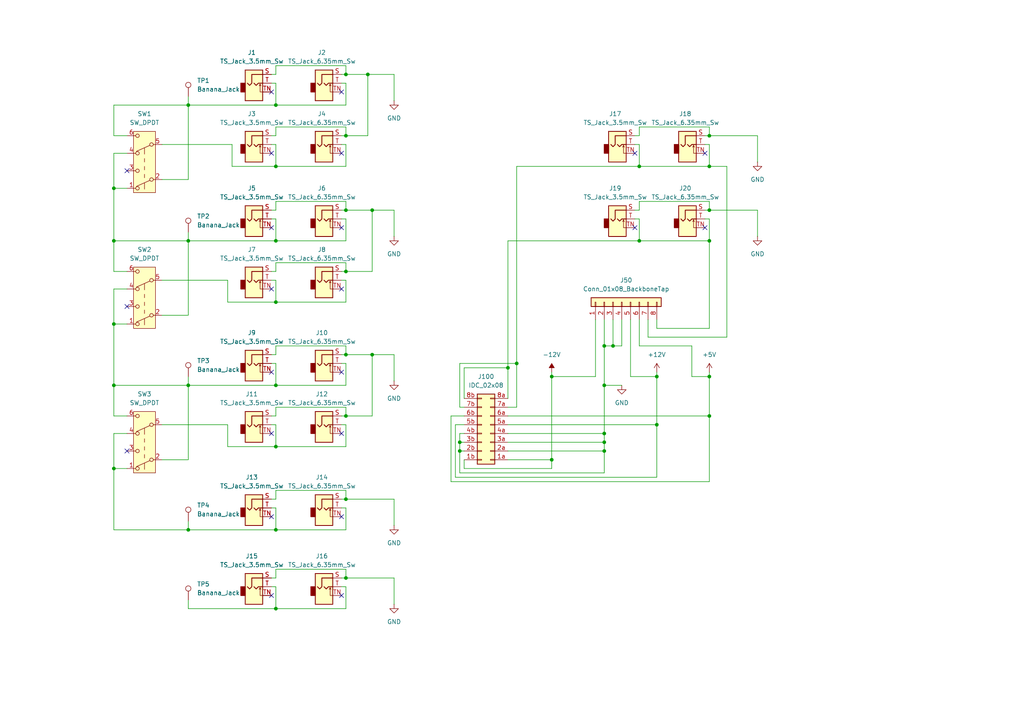
<source format=kicad_sch>
(kicad_sch (version 20231120) (generator "eeschema") (generator_version "8.0")
  (paper "A4")
  (title_block (title "Adapter Mult Mk1") (date "2024-05-26") (rev "1") (company "DMH"))
  (lib_symbols
    (symbol "Synth_Stuff:Banana_Jack" (pin_numbers hide) (pin_names (offset 0.762) hide)
      (property "Reference" "TP" (at 2.54 4.5721 0))
      (property "Value" "Banana_Jack" (at 2.54 2.0321 0))
      (symbol "Banana_Jack_0_1"
        (circle (center 0 3.302) (radius 0.762))
      )
      (symbol "Banana_Jack_1_1"
        (pin passive line (at 0 0 90) (length 2.54) (name "1") (number "1"))
      )
    )
    (symbol "Synth_Stuff:Conn_01x08_BackboneTap" (pin_names (offset 1.016) hide)
      (property "Reference" "J" (at 0 10.16 0))
      (property "Value" "Conn_01x08_BackboneTap" (at 0 -12.7 0))
      (symbol "Conn_01x08_BackboneTap_1_1"
        (rectangle (start -1.27 -10.033) (end 0 -10.287) (stroke (width 0.1524)))
        (rectangle (start -1.27 -7.493) (end 0 -7.747) (stroke (width 0.1524)))
        (rectangle (start -1.27 -4.953) (end 0 -5.207) (stroke (width 0.1524)))
        (rectangle (start -1.27 -2.413) (end 0 -2.667) (stroke (width 0.1524)))
        (rectangle (start -1.27 0.127) (end 0 -0.127) (stroke (width 0.1524)))
        (rectangle (start -1.27 2.667) (end 0 2.413) (stroke (width 0.1524)))
        (rectangle (start -1.27 5.207) (end 0 4.953) (stroke (width 0.1524)))
        (rectangle (start -1.27 7.747) (end 0 7.493) (stroke (width 0.1524)))
        (rectangle (start -1.27 8.89) (end 1.27 -11.43) (stroke (width 0.254)) (fill (type background)))
        (pin passive line (at -5.08 7.62 0) (length 3.81) (name "Pin_1") (number "1"))
        (pin passive line (at -5.08 5.08 0) (length 3.81) (name "Pin_2") (number "2"))
        (pin passive line (at -5.08 2.54 0) (length 3.81) (name "Pin_3") (number "3"))
        (pin passive line (at -5.08 0 0) (length 3.81) (name "Pin_4") (number "4"))
        (pin passive line (at -5.08 -2.54 0) (length 3.81) (name "Pin_5") (number "5"))
        (pin passive line (at -5.08 -5.08 0) (length 3.81) (name "Pin_6") (number "6"))
        (pin passive line (at -5.08 -7.62 0) (length 3.81) (name "Pin_7") (number "7"))
        (pin passive line (at -5.08 -10.16 0) (length 3.81) (name "Pin_8") (number "8"))
      )
    )
    (symbol "Synth_Stuff:Eurorack_Power_Connector_16Pin" (pin_names (offset 1.016) hide)
      (property "Reference" "J" (at 1.27 -16.51 0))
      (property "Value" "IDC_02x08" (at 1.27 -13.97 0))
      (symbol "Eurorack_Power_Connector_16Pin_1_1"
        (rectangle (start -1.27 -10.033) (end 0 -10.287) (stroke (width 0.1524)))
        (rectangle (start -1.27 -7.493) (end 0 -7.747) (stroke (width 0.1524)))
        (rectangle (start -1.27 -4.953) (end 0 -5.207) (stroke (width 0.1524)))
        (rectangle (start -1.27 -2.413) (end 0 -2.667) (stroke (width 0.1524)))
        (rectangle (start -1.27 0.127) (end 0 -0.127) (stroke (width 0.1524)))
        (rectangle (start -1.27 2.667) (end 0 2.413) (stroke (width 0.1524)))
        (rectangle (start -1.27 5.207) (end 0 4.953) (stroke (width 0.1524)))
        (rectangle (start -1.27 7.747) (end 0 7.493) (stroke (width 0.1524)))
        (rectangle (start -1.27 8.89) (end 3.81 -11.43) (stroke (width 0.254)) (fill (type background)))
        (rectangle (start 3.81 -10.033) (end 2.54 -10.287) (stroke (width 0.1524)))
        (rectangle (start 3.81 -7.493) (end 2.54 -7.747) (stroke (width 0.1524)))
        (rectangle (start 3.81 -4.953) (end 2.54 -5.207) (stroke (width 0.1524)))
        (rectangle (start 3.81 -2.413) (end 2.54 -2.667) (stroke (width 0.1524)))
        (rectangle (start 3.81 0.127) (end 2.54 -0.127) (stroke (width 0.1524)))
        (rectangle (start 3.81 2.667) (end 2.54 2.413) (stroke (width 0.1524)))
        (rectangle (start 3.81 5.207) (end 2.54 4.953) (stroke (width 0.1524)))
        (rectangle (start 3.81 7.747) (end 2.54 7.493) (stroke (width 0.1524)))
        (pin power_out line (at -5.08 7.62 0) (length 3.81) (name "Pin_1a") (number "1a"))
        (pin passive line (at 7.62 7.62 180) (length 3.81) (name "Pin_1b") (number "1b"))
        (pin power_out line (at -5.08 5.08 0) (length 3.81) (name "Pin_2a") (number "2a"))
        (pin passive line (at 7.62 5.08 180) (length 3.81) (name "Pin_2b") (number "2b"))
        (pin passive line (at -5.08 2.54 0) (length 3.81) (name "Pin_3a") (number "3a"))
        (pin passive line (at 7.62 2.54 180) (length 3.81) (name "Pin_3b") (number "3b"))
        (pin passive line (at -5.08 0 0) (length 3.81) (name "Pin_4a") (number "4a"))
        (pin passive line (at 7.62 0 180) (length 3.81) (name "Pin_4b") (number "4b"))
        (pin power_out line (at -5.08 -2.54 0) (length 3.81) (name "Pin_5a") (number "5a"))
        (pin passive line (at 7.62 -2.54 180) (length 3.81) (name "Pin_5b") (number "5b"))
        (pin power_out line (at -5.08 -5.08 0) (length 3.81) (name "Pin_6a") (number "6a"))
        (pin passive line (at 7.62 -5.08 180) (length 3.81) (name "Pin_6b") (number "6b"))
        (pin passive line (at -5.08 -7.62 0) (length 3.81) (name "Pin_7a") (number "7a"))
        (pin passive line (at 7.62 -7.62 180) (length 3.81) (name "Pin_7b") (number "7b"))
        (pin passive line (at -5.08 -10.16 0) (length 3.81) (name "Pin_8a") (number "8a"))
        (pin passive line (at 7.62 -10.16 180) (length 3.81) (name "Pin_8b") (number "8b"))
      )
    )
    (symbol "Synth_Stuff:Switch_DPDT" (pin_names (offset 0) hide)
      (property "Reference" "SW" (at 0 -13.97 0))
      (property "Value" "SW_DPDT" (at 0 -11.43 0))
      (symbol "Switch_DPDT_0_0"
        (circle (center -2.032 -5.08) (radius 0.508))
        (circle (center -2.032 5.08) (radius 0.508))
        (circle (center 2.032 -7.62) (radius 0.508))
        (circle (center 2.032 2.54) (radius 0.508))
      )
      (symbol "Switch_DPDT_0_1"
        (polyline (pts (xy -1.524 -4.826) (xy 2.3368 -3.0988)))
        (polyline (pts (xy -1.524 5.334) (xy 2.3368 7.0612)))
        (polyline (pts (xy 0 -2.286) (xy 0 -4.064)))
        (polyline (pts (xy 0 -1.016) (xy 0 0)))
        (polyline (pts (xy 0 1.27) (xy 0 2.286)))
        (polyline (pts (xy 0 3.556) (xy 0 4.572)))
        (polyline (pts (xy 0 7.874) (xy 0 6.096)))
        (circle (center 2.032 -2.54) (radius 0.508))
        (circle (center 2.032 7.62) (radius 0.508))
      )
      (symbol "Switch_DPDT_1_1"
        (rectangle (start -3.175 8.89) (end 3.175 -8.89) (fill (type background)))
        (pin passive line (at 5.08 7.62 180) (length 2.54) (name "A") (number "1"))
        (pin passive line (at -5.08 5.08 0) (length 2.54) (name "B") (number "2"))
        (pin passive line (at 5.08 2.54 180) (length 2.54) (name "C") (number "3"))
        (pin passive line (at 5.08 -2.54 180) (length 2.54) (name "A") (number "4"))
        (pin passive line (at -5.08 -5.08 0) (length 2.54) (name "B") (number "5"))
        (pin passive line (at 5.08 -7.62 180) (length 2.54) (name "C") (number "6"))
      )
    )
    (symbol "Synth_Stuff:TS_Jack_3.5mm_Sw"
      (property "Reference" "J" (at -0.635 8.89 0))
      (property "Value" "TS_Jack_3.5mm_Sw" (at -0.635 6.35 0))
      (symbol "TS_Jack_3.5mm_Sw_0_1"
        (rectangle (start -2.54 0) (end -3.81 -2.54) (stroke (width 0.254)) (fill (type outline)))
        (polyline (pts (xy 1.778 -0.254) (xy 2.032 -0.762)))
        (polyline (pts (xy 0 0) (xy 0.635 -0.635) (xy 1.27 0) (xy 2.54 0)) (stroke (width 0.254)))
        (polyline (pts (xy 2.54 -2.54) (xy 1.778 -2.54) (xy 1.778 -0.254) (xy 1.524 -0.762)))
        (polyline (pts (xy 2.54 2.54) (xy -0.635 2.54) (xy -0.635 0) (xy -1.27 -0.635) (xy -1.905 0)) (stroke (width 0.254)))
        (rectangle (start 2.54 3.81) (end -2.54 -5.08) (stroke (width 0.254)) (fill (type background)))
      )
      (symbol "TS_Jack_3.5mm_Sw_1_1"
        (pin passive line (at 5.08 2.54 180) (length 2.54) (name "~") (number "S"))
        (pin passive line (at 5.08 0 180) (length 2.54) (name "~") (number "T"))
        (pin passive line (at 5.08 -2.54 180) (length 2.54) (name "~") (number "TN"))
      )
    )
    (symbol "Synth_Stuff:TS_Jack_6.35mm_Sw"
      (property "Reference" "J" (at -0.635 8.89 0))
      (property "Value" "TS_Jack_6.35mm_Sw" (at -0.635 6.35 0))
      (symbol "TS_Jack_6.35mm_Sw_0_1"
        (rectangle (start -2.54 0) (end -3.81 -2.54) (stroke (width 0.254)) (fill (type outline)))
        (polyline (pts (xy 1.778 -0.254) (xy 2.032 -0.762)))
        (polyline (pts (xy 0 0) (xy 0.635 -0.635) (xy 1.27 0) (xy 2.54 0)) (stroke (width 0.254)))
        (polyline (pts (xy 2.54 -2.54) (xy 1.778 -2.54) (xy 1.778 -0.254) (xy 1.524 -0.762)))
        (polyline (pts (xy 2.54 2.54) (xy -0.635 2.54) (xy -0.635 0) (xy -1.27 -0.635) (xy -1.905 0)) (stroke (width 0.254)))
        (rectangle (start 2.54 3.81) (end -2.54 -5.08) (stroke (width 0.254)) (fill (type background)))
      )
      (symbol "TS_Jack_6.35mm_Sw_1_1"
        (pin passive line (at 5.08 2.54 180) (length 2.54) (name "~") (number "S"))
        (pin passive line (at 5.08 0 180) (length 2.54) (name "~") (number "T"))
        (pin passive line (at 5.08 -2.54 180) (length 2.54) (name "~") (number "TN"))
      )
    )
    (symbol "power:+12V" (power) (pin_numbers hide) (pin_names (offset 0) hide)
      (property "Value" "+12V" (at 0 3.556 0))
      (symbol "+12V_0_1"
        (polyline (pts (xy -0.762 1.27) (xy 0 2.54)))
        (polyline (pts (xy 0 0) (xy 0 2.54)))
        (polyline (pts (xy 0 2.54) (xy 0.762 1.27)))
      )
      (symbol "+12V_1_1"
        (pin power_in line (at 0 0 90) (length 0) (name "~") (number "1"))
      )
    )
    (symbol "power:+5V" (power) (pin_numbers hide) (pin_names (offset 0) hide)
      (property "Value" "+5V" (at 0 3.556 0))
      (symbol "+5V_0_1"
        (polyline (pts (xy -0.762 1.27) (xy 0 2.54)))
        (polyline (pts (xy 0 0) (xy 0 2.54)))
        (polyline (pts (xy 0 2.54) (xy 0.762 1.27)))
      )
      (symbol "+5V_1_1"
        (pin power_in line (at 0 0 90) (length 0) (name "~") (number "1"))
      )
    )
    (symbol "power:-12V" (power) (pin_numbers hide) (pin_names (offset 0) hide)
      (property "Value" "-12V" (at 0 3.556 0))
      (symbol "-12V_0_0"
        (pin power_in line (at 0 0 90) (length 0) (name "~") (number "1"))
      )
      (symbol "-12V_0_1"
        (polyline (pts (xy 0 0) (xy 0 1.27) (xy 0.762 1.27) (xy 0 2.54) (xy -0.762 1.27) (xy 0 1.27)) (fill (type outline)))
      )
    )
    (symbol "power:GND" (power) (pin_numbers hide) (pin_names (offset 0) hide)
      (property "Value" "GND" (at 0 -3.81 0))
      (symbol "GND_0_1"
        (polyline (pts (xy 0 0) (xy 0 -1.27) (xy 1.27 -1.27) (xy 0 -2.54) (xy -1.27 -1.27) (xy 0 -1.27)))
      )
      (symbol "GND_1_1"
        (pin power_in line (at 0 0 270) (length 0) (name "~") (number "1"))
      )
    )
  )
  (junction (at 100.33 167.64))
  (junction (at 205.74 69.85))
  (junction (at 190.5 123.19))
  (junction (at 175.26 128.27))
  (junction (at 205.74 60.96))
  (junction (at 80.01 176.53))
  (junction (at 33.02 93.98))
  (junction (at 100.33 78.74))
  (junction (at 133.35 130.81))
  (junction (at 190.5 109.22))
  (junction (at 100.33 21.59))
  (junction (at 54.61 111.76))
  (junction (at 107.95 102.87))
  (junction (at 185.42 69.85))
  (junction (at 33.02 69.85))
  (junction (at 80.01 153.67))
  (junction (at 80.01 30.48))
  (junction (at 54.61 30.48))
  (junction (at 177.8 100.33))
  (junction (at 100.33 102.87))
  (junction (at 80.01 129.54))
  (junction (at 185.42 48.26))
  (junction (at 100.33 120.65))
  (junction (at 175.26 130.81))
  (junction (at 205.74 109.22))
  (junction (at 107.95 60.96))
  (junction (at 80.01 69.85))
  (junction (at 160.02 133.35))
  (junction (at 133.35 128.27))
  (junction (at 54.61 153.67))
  (junction (at 106.68 21.59))
  (junction (at 147.32 106.68))
  (junction (at 205.74 120.65))
  (junction (at 175.26 111.76))
  (junction (at 100.33 39.37))
  (junction (at 149.86 105.41))
  (junction (at 160.02 109.22))
  (junction (at 33.02 111.76))
  (junction (at 33.02 135.89))
  (junction (at 175.26 100.33))
  (junction (at 205.74 48.26))
  (junction (at 80.01 111.76))
  (junction (at 100.33 144.78))
  (junction (at 175.26 125.73))
  (junction (at 80.01 87.63))
  (junction (at 80.01 48.26))
  (junction (at 54.61 69.85))
  (junction (at 205.74 39.37))
  (junction (at 33.02 54.61))
  (junction (at 100.33 60.96))
  (no_connect (at 184.15 66.04))
  (no_connect (at 78.74 149.86))
  (no_connect (at 99.06 172.72))
  (no_connect (at 99.06 44.45))
  (no_connect (at 99.06 107.95))
  (no_connect (at 78.74 44.45))
  (no_connect (at 36.83 88.9))
  (no_connect (at 204.47 66.04))
  (no_connect (at 78.74 83.82))
  (no_connect (at 36.83 49.53))
  (no_connect (at 99.06 125.73))
  (no_connect (at 78.74 26.67))
  (no_connect (at 99.06 26.67))
  (no_connect (at 99.06 83.82))
  (no_connect (at 78.74 107.95))
  (no_connect (at 36.83 130.81))
  (no_connect (at 99.06 149.86))
  (no_connect (at 78.74 125.73))
  (no_connect (at 78.74 172.72))
  (no_connect (at 204.47 44.45))
  (no_connect (at 78.74 66.04))
  (no_connect (at 184.15 44.45))
  (no_connect (at 99.06 66.04))
  (wire (pts (xy 78.74 123.19) (xy 80.01 123.19)))
  (wire (pts (xy 99.06 21.59) (xy 100.33 21.59)))
  (wire (pts (xy 100.33 19.05) (xy 100.33 21.59)))
  (wire (pts (xy 54.61 133.35) (xy 54.61 111.76)))
  (wire (pts (xy 36.83 44.45) (xy 33.02 44.45)))
  (wire (pts (xy 33.02 44.45) (xy 33.02 54.61)))
  (wire (pts (xy 33.02 54.61) (xy 36.83 54.61)))
  (wire (pts (xy 46.99 52.07) (xy 54.61 52.07)))
  (wire (pts (xy 200.66 100.33) (xy 200.66 109.22)))
  (wire (pts (xy 67.31 41.91) (xy 67.31 48.26)))
  (wire (pts (xy 134.62 135.89) (xy 160.02 135.89)))
  (wire (pts (xy 219.71 46.99) (xy 219.71 39.37)))
  (wire (pts (xy 205.74 41.91) (xy 204.47 41.91)))
  (wire (pts (xy 106.68 21.59) (xy 106.68 39.37)))
  (wire (pts (xy 100.33 63.5) (xy 99.06 63.5)))
  (wire (pts (xy 80.01 58.42) (xy 80.01 60.96)))
  (wire (pts (xy 80.01 153.67) (xy 100.33 153.67)))
  (wire (pts (xy 99.06 102.87) (xy 100.33 102.87)))
  (wire (pts (xy 100.33 147.32) (xy 100.33 153.67)))
  (wire (pts (xy 175.26 137.16) (xy 175.26 130.81)))
  (wire (pts (xy 185.42 92.71) (xy 185.42 100.33)))
  (wire (pts (xy 80.01 142.24) (xy 80.01 144.78)))
  (wire (pts (xy 147.32 115.57) (xy 147.32 106.68)))
  (wire (pts (xy 130.81 120.65) (xy 130.81 139.7)))
  (wire (pts (xy 36.83 83.82) (xy 33.02 83.82)))
  (wire (pts (xy 205.74 39.37) (xy 219.71 39.37)))
  (wire (pts (xy 100.33 48.26) (xy 100.33 41.91)))
  (wire (pts (xy 46.99 123.19) (xy 66.04 123.19)))
  (wire (pts (xy 160.02 135.89) (xy 160.02 133.35)))
  (wire (pts (xy 204.47 60.96) (xy 205.74 60.96)))
  (wire (pts (xy 80.01 87.63) (xy 100.33 87.63)))
  (wire (pts (xy 133.35 128.27) (xy 133.35 130.81)))
  (wire (pts (xy 149.86 105.41) (xy 149.86 48.26)))
  (wire (pts (xy 78.74 147.32) (xy 80.01 147.32)))
  (wire (pts (xy 106.68 21.59) (xy 114.3 21.59)))
  (wire (pts (xy 36.83 78.74) (xy 33.02 78.74)))
  (wire (pts (xy 114.3 21.59) (xy 114.3 29.21)))
  (wire (pts (xy 205.74 107.95) (xy 205.74 109.22)))
  (wire (pts (xy 46.99 133.35) (xy 54.61 133.35)))
  (wire (pts (xy 80.01 111.76) (xy 100.33 111.76)))
  (wire (pts (xy 33.02 69.85) (xy 54.61 69.85)))
  (wire (pts (xy 134.62 130.81) (xy 133.35 130.81)))
  (wire (pts (xy 36.83 125.73) (xy 33.02 125.73)))
  (wire (pts (xy 80.01 167.64) (xy 78.74 167.64)))
  (wire (pts (xy 80.01 78.74) (xy 78.74 78.74)))
  (wire (pts (xy 78.74 105.41) (xy 80.01 105.41)))
  (wire (pts (xy 46.99 91.44) (xy 54.61 91.44)))
  (wire (pts (xy 185.42 41.91) (xy 185.42 48.26)))
  (wire (pts (xy 54.61 153.67) (xy 54.61 151.13)))
  (wire (pts (xy 175.26 100.33) (xy 175.26 92.71)))
  (wire (pts (xy 114.3 144.78) (xy 114.3 152.4)))
  (wire (pts (xy 80.01 76.2) (xy 100.33 76.2)))
  (wire (pts (xy 66.04 81.28) (xy 66.04 87.63)))
  (wire (pts (xy 80.01 142.24) (xy 100.33 142.24)))
  (wire (pts (xy 54.61 153.67) (xy 80.01 153.67)))
  (wire (pts (xy 185.42 69.85) (xy 205.74 69.85)))
  (wire (pts (xy 66.04 129.54) (xy 80.01 129.54)))
  (wire (pts (xy 114.3 102.87) (xy 114.3 110.49)))
  (wire (pts (xy 78.74 24.13) (xy 80.01 24.13)))
  (wire (pts (xy 33.02 125.73) (xy 33.02 135.89)))
  (wire (pts (xy 205.74 58.42) (xy 205.74 60.96)))
  (wire (pts (xy 147.32 128.27) (xy 175.26 128.27)))
  (wire (pts (xy 190.5 109.22) (xy 182.88 109.22)))
  (wire (pts (xy 210.82 48.26) (xy 205.74 48.26)))
  (wire (pts (xy 33.02 135.89) (xy 33.02 153.67)))
  (wire (pts (xy 80.01 118.11) (xy 100.33 118.11)))
  (wire (pts (xy 160.02 109.22) (xy 172.72 109.22)))
  (wire (pts (xy 80.01 165.1) (xy 100.33 165.1)))
  (wire (pts (xy 100.33 105.41) (xy 100.33 111.76)))
  (wire (pts (xy 36.83 120.65) (xy 33.02 120.65)))
  (wire (pts (xy 134.62 106.68) (xy 147.32 106.68)))
  (wire (pts (xy 205.74 109.22) (xy 205.74 120.65)))
  (wire (pts (xy 205.74 63.5) (xy 204.47 63.5)))
  (wire (pts (xy 185.42 39.37) (xy 184.15 39.37)))
  (wire (pts (xy 177.8 100.33) (xy 177.8 92.71)))
  (wire (pts (xy 205.74 63.5) (xy 205.74 69.85)))
  (wire (pts (xy 80.01 19.05) (xy 80.01 21.59)))
  (wire (pts (xy 46.99 81.28) (xy 66.04 81.28)))
  (wire (pts (xy 80.01 69.85) (xy 100.33 69.85)))
  (wire (pts (xy 134.62 123.19) (xy 132.08 123.19)))
  (wire (pts (xy 100.33 170.18) (xy 100.33 176.53)))
  (wire (pts (xy 100.33 105.41) (xy 99.06 105.41)))
  (wire (pts (xy 100.33 165.1) (xy 100.33 167.64)))
  (wire (pts (xy 33.02 93.98) (xy 33.02 111.76)))
  (wire (pts (xy 100.33 76.2) (xy 100.33 78.74)))
  (wire (pts (xy 107.95 60.96) (xy 107.95 78.74)))
  (wire (pts (xy 133.35 130.81) (xy 133.35 137.16)))
  (wire (pts (xy 80.01 76.2) (xy 80.01 78.74)))
  (wire (pts (xy 80.01 48.26) (xy 100.33 48.26)))
  (wire (pts (xy 172.72 109.22) (xy 172.72 92.71)))
  (wire (pts (xy 80.01 63.5) (xy 80.01 69.85)))
  (wire (pts (xy 182.88 109.22) (xy 182.88 92.71)))
  (wire (pts (xy 33.02 30.48) (xy 54.61 30.48)))
  (wire (pts (xy 80.01 21.59) (xy 78.74 21.59)))
  (wire (pts (xy 99.06 39.37) (xy 100.33 39.37)))
  (wire (pts (xy 205.74 48.26) (xy 205.74 41.91)))
  (wire (pts (xy 80.01 100.33) (xy 80.01 102.87)))
  (wire (pts (xy 54.61 69.85) (xy 54.61 67.31)))
  (wire (pts (xy 190.5 107.95) (xy 190.5 109.22)))
  (wire (pts (xy 100.33 39.37) (xy 106.68 39.37)))
  (wire (pts (xy 107.95 102.87) (xy 114.3 102.87)))
  (wire (pts (xy 54.61 111.76) (xy 54.61 109.22)))
  (wire (pts (xy 54.61 69.85) (xy 54.61 91.44)))
  (wire (pts (xy 80.01 147.32) (xy 80.01 153.67)))
  (wire (pts (xy 175.26 100.33) (xy 175.26 111.76)))
  (wire (pts (xy 185.42 36.83) (xy 185.42 39.37)))
  (wire (pts (xy 134.62 128.27) (xy 133.35 128.27)))
  (wire (pts (xy 54.61 111.76) (xy 80.01 111.76)))
  (wire (pts (xy 36.83 135.89) (xy 33.02 135.89)))
  (wire (pts (xy 80.01 81.28) (xy 80.01 87.63)))
  (wire (pts (xy 185.42 58.42) (xy 185.42 60.96)))
  (wire (pts (xy 134.62 118.11) (xy 133.35 118.11)))
  (wire (pts (xy 80.01 120.65) (xy 78.74 120.65)))
  (wire (pts (xy 80.01 58.42) (xy 100.33 58.42)))
  (wire (pts (xy 80.01 41.91) (xy 80.01 48.26)))
  (wire (pts (xy 100.33 118.11) (xy 100.33 120.65)))
  (wire (pts (xy 204.47 39.37) (xy 205.74 39.37)))
  (wire (pts (xy 190.5 123.19) (xy 190.5 138.43)))
  (wire (pts (xy 33.02 120.65) (xy 33.02 111.76)))
  (wire (pts (xy 133.35 137.16) (xy 175.26 137.16)))
  (wire (pts (xy 100.33 144.78) (xy 114.3 144.78)))
  (wire (pts (xy 132.08 138.43) (xy 190.5 138.43)))
  (wire (pts (xy 190.5 92.71) (xy 190.5 95.25)))
  (wire (pts (xy 100.33 24.13) (xy 99.06 24.13)))
  (wire (pts (xy 100.33 102.87) (xy 107.95 102.87)))
  (wire (pts (xy 67.31 48.26) (xy 80.01 48.26)))
  (wire (pts (xy 147.32 118.11) (xy 149.86 118.11)))
  (wire (pts (xy 80.01 105.41) (xy 80.01 111.76)))
  (wire (pts (xy 78.74 170.18) (xy 80.01 170.18)))
  (wire (pts (xy 99.06 167.64) (xy 100.33 167.64)))
  (wire (pts (xy 80.01 176.53) (xy 100.33 176.53)))
  (wire (pts (xy 185.42 36.83) (xy 205.74 36.83)))
  (wire (pts (xy 190.5 95.25) (xy 205.74 95.25)))
  (wire (pts (xy 80.01 24.13) (xy 80.01 30.48)))
  (wire (pts (xy 54.61 176.53) (xy 80.01 176.53)))
  (wire (pts (xy 80.01 36.83) (xy 80.01 39.37)))
  (wire (pts (xy 54.61 30.48) (xy 54.61 27.94)))
  (wire (pts (xy 132.08 123.19) (xy 132.08 138.43)))
  (wire (pts (xy 149.86 118.11) (xy 149.86 105.41)))
  (wire (pts (xy 147.32 69.85) (xy 185.42 69.85)))
  (wire (pts (xy 100.33 63.5) (xy 100.33 69.85)))
  (wire (pts (xy 78.74 81.28) (xy 80.01 81.28)))
  (wire (pts (xy 80.01 39.37) (xy 78.74 39.37)))
  (wire (pts (xy 219.71 60.96) (xy 219.71 68.58)))
  (wire (pts (xy 147.32 106.68) (xy 147.32 69.85)))
  (wire (pts (xy 175.26 128.27) (xy 175.26 130.81)))
  (wire (pts (xy 100.33 167.64) (xy 114.3 167.64)))
  (wire (pts (xy 187.96 97.79) (xy 210.82 97.79)))
  (wire (pts (xy 205.74 95.25) (xy 205.74 69.85)))
  (wire (pts (xy 99.06 78.74) (xy 100.33 78.74)))
  (wire (pts (xy 185.42 63.5) (xy 185.42 69.85)))
  (wire (pts (xy 100.33 123.19) (xy 99.06 123.19)))
  (wire (pts (xy 100.33 120.65) (xy 107.95 120.65)))
  (wire (pts (xy 160.02 133.35) (xy 147.32 133.35)))
  (wire (pts (xy 133.35 125.73) (xy 133.35 128.27)))
  (wire (pts (xy 175.26 125.73) (xy 175.26 128.27)))
  (wire (pts (xy 78.74 41.91) (xy 80.01 41.91)))
  (wire (pts (xy 80.01 36.83) (xy 100.33 36.83)))
  (wire (pts (xy 99.06 120.65) (xy 100.33 120.65)))
  (wire (pts (xy 33.02 111.76) (xy 54.61 111.76)))
  (wire (pts (xy 175.26 111.76) (xy 175.26 125.73)))
  (wire (pts (xy 100.33 81.28) (xy 99.06 81.28)))
  (wire (pts (xy 184.15 41.91) (xy 185.42 41.91)))
  (wire (pts (xy 134.62 120.65) (xy 130.81 120.65)))
  (wire (pts (xy 100.33 87.63) (xy 100.33 81.28)))
  (wire (pts (xy 99.06 144.78) (xy 100.33 144.78)))
  (wire (pts (xy 190.5 109.22) (xy 190.5 123.19)))
  (wire (pts (xy 100.33 36.83) (xy 100.33 39.37)))
  (wire (pts (xy 149.86 48.26) (xy 185.42 48.26)))
  (wire (pts (xy 205.74 109.22) (xy 200.66 109.22)))
  (wire (pts (xy 134.62 133.35) (xy 134.62 135.89)))
  (wire (pts (xy 134.62 125.73) (xy 133.35 125.73)))
  (wire (pts (xy 54.61 176.53) (xy 54.61 173.99)))
  (wire (pts (xy 80.01 129.54) (xy 100.33 129.54)))
  (wire (pts (xy 185.42 48.26) (xy 205.74 48.26)))
  (wire (pts (xy 80.01 165.1) (xy 80.01 167.64)))
  (wire (pts (xy 33.02 93.98) (xy 36.83 93.98)))
  (wire (pts (xy 107.95 60.96) (xy 114.3 60.96)))
  (wire (pts (xy 147.32 123.19) (xy 190.5 123.19)))
  (wire (pts (xy 185.42 58.42) (xy 205.74 58.42)))
  (wire (pts (xy 100.33 21.59) (xy 106.68 21.59)))
  (wire (pts (xy 33.02 153.67) (xy 54.61 153.67)))
  (wire (pts (xy 184.15 63.5) (xy 185.42 63.5)))
  (wire (pts (xy 33.02 83.82) (xy 33.02 93.98)))
  (wire (pts (xy 160.02 107.95) (xy 160.02 109.22)))
  (wire (pts (xy 147.32 125.73) (xy 175.26 125.73)))
  (wire (pts (xy 100.33 24.13) (xy 100.33 30.48)))
  (wire (pts (xy 80.01 19.05) (xy 100.33 19.05)))
  (wire (pts (xy 100.33 41.91) (xy 99.06 41.91)))
  (wire (pts (xy 66.04 87.63) (xy 80.01 87.63)))
  (wire (pts (xy 100.33 78.74) (xy 107.95 78.74)))
  (wire (pts (xy 180.34 111.76) (xy 175.26 111.76)))
  (wire (pts (xy 133.35 118.11) (xy 133.35 105.41)))
  (wire (pts (xy 205.74 60.96) (xy 219.71 60.96)))
  (wire (pts (xy 100.33 129.54) (xy 100.33 123.19)))
  (wire (pts (xy 80.01 144.78) (xy 78.74 144.78)))
  (wire (pts (xy 180.34 100.33) (xy 180.34 92.71)))
  (wire (pts (xy 80.01 102.87) (xy 78.74 102.87)))
  (wire (pts (xy 80.01 100.33) (xy 100.33 100.33)))
  (wire (pts (xy 36.83 39.37) (xy 33.02 39.37)))
  (wire (pts (xy 33.02 69.85) (xy 33.02 78.74)))
  (wire (pts (xy 66.04 123.19) (xy 66.04 129.54)))
  (wire (pts (xy 160.02 109.22) (xy 160.02 133.35)))
  (wire (pts (xy 100.33 58.42) (xy 100.33 60.96)))
  (wire (pts (xy 130.81 139.7) (xy 205.74 139.7)))
  (wire (pts (xy 78.74 63.5) (xy 80.01 63.5)))
  (wire (pts (xy 185.42 100.33) (xy 200.66 100.33)))
  (wire (pts (xy 80.01 123.19) (xy 80.01 129.54)))
  (wire (pts (xy 100.33 60.96) (xy 107.95 60.96)))
  (wire (pts (xy 100.33 170.18) (xy 99.06 170.18)))
  (wire (pts (xy 210.82 97.79) (xy 210.82 48.26)))
  (wire (pts (xy 100.33 100.33) (xy 100.33 102.87)))
  (wire (pts (xy 177.8 100.33) (xy 180.34 100.33)))
  (wire (pts (xy 80.01 170.18) (xy 80.01 176.53)))
  (wire (pts (xy 33.02 39.37) (xy 33.02 30.48)))
  (wire (pts (xy 114.3 167.64) (xy 114.3 175.26)))
  (wire (pts (xy 80.01 60.96) (xy 78.74 60.96)))
  (wire (pts (xy 54.61 30.48) (xy 54.61 52.07)))
  (wire (pts (xy 185.42 60.96) (xy 184.15 60.96)))
  (wire (pts (xy 134.62 115.57) (xy 134.62 106.68)))
  (wire (pts (xy 54.61 69.85) (xy 80.01 69.85)))
  (wire (pts (xy 80.01 118.11) (xy 80.01 120.65)))
  (wire (pts (xy 33.02 54.61) (xy 33.02 69.85)))
  (wire (pts (xy 205.74 36.83) (xy 205.74 39.37)))
  (wire (pts (xy 205.74 139.7) (xy 205.74 120.65)))
  (wire (pts (xy 205.74 120.65) (xy 147.32 120.65)))
  (wire (pts (xy 100.33 142.24) (xy 100.33 144.78)))
  (wire (pts (xy 100.33 147.32) (xy 99.06 147.32)))
  (wire (pts (xy 54.61 30.48) (xy 80.01 30.48)))
  (wire (pts (xy 99.06 60.96) (xy 100.33 60.96)))
  (wire (pts (xy 175.26 100.33) (xy 177.8 100.33)))
  (wire (pts (xy 46.99 41.91) (xy 67.31 41.91)))
  (wire (pts (xy 114.3 60.96) (xy 114.3 68.58)))
  (wire (pts (xy 187.96 92.71) (xy 187.96 97.79)))
  (wire (pts (xy 175.26 130.81) (xy 147.32 130.81)))
  (wire (pts (xy 80.01 30.48) (xy 100.33 30.48)))
  (wire (pts (xy 133.35 105.41) (xy 149.86 105.41)))
  (wire (pts (xy 107.95 102.87) (xy 107.95 120.65)))
  (symbol (lib_id "Synth_Stuff:TS_Jack_3.5mm_Sw") (at 73.66 170.18 0) (unit 1)
    (property "Reference" "J15" (at 73.025 161.29 0))
    (property "Value" "TS_Jack_3.5mm_Sw" (at 73.025 163.83 0))
    (property "Footprint" "SynthStuff:AMPHENOL_ACJM-MV35-2S" (effects (hide yes)))
    (property "Description" "Audio Jack, 2 Poles (Mono / TS), Switched T Pole (Normalling), 3.5mm, 1/8inch" (effects (hide yes)))
  )
  (symbol (lib_id "Synth_Stuff:TS_Jack_3.5mm_Sw") (at 179.07 41.91 0) (unit 1)
    (property "Reference" "J17" (at 178.435 33.02 0))
    (property "Value" "TS_Jack_3.5mm_Sw" (at 178.435 35.56 0))
    (property "Footprint" "SynthStuff:AMPHENOL_ACJM-MV35-2S" (effects (hide yes)))
    (property "Description" "Audio Jack, 2 Poles (Mono / TS), Switched T Pole (Normalling), 3.5mm, 1/8inch" (effects (hide yes)))
  )
  (symbol (lib_id "Synth_Stuff:TS_Jack_6.35mm_Sw") (at 93.98 147.32 0) (unit 1)
    (property "Reference" "J14" (at 93.345 138.43 0))
    (property "Value" "TS_Jack_6.35mm_Sw" (at 93.345 140.97 0))
    (property "Footprint" "SynthStuff:CUI_MJ-63052A" (effects (hide yes)))
    (property "Description" "Audio Jack, 2 Poles (Mono / TS), Switched T Pole (Normalling), 6.35mm, 1/4inch" (effects (hide yes)))
  )
  (symbol (lib_id "Synth_Stuff:TS_Jack_3.5mm_Sw") (at 73.66 41.91 0) (unit 1)
    (property "Reference" "J3" (at 73.025 33.02 0))
    (property "Value" "TS_Jack_3.5mm_Sw" (at 73.025 35.56 0))
    (property "Footprint" "SynthStuff:AMPHENOL_ACJM-MV35-2S" (effects (hide yes)))
    (property "Description" "Audio Jack, 2 Poles (Mono / TS), Switched T Pole (Normalling), 3.5mm, 1/8inch" (effects (hide yes)))
  )
  (symbol (lib_id "Synth_Stuff:TS_Jack_3.5mm_Sw") (at 73.66 147.32 0) (unit 1)
    (property "Reference" "J13" (at 73.025 138.43 0))
    (property "Value" "TS_Jack_3.5mm_Sw" (at 73.025 140.97 0))
    (property "Footprint" "SynthStuff:AMPHENOL_ACJM-MV35-2S" (effects (hide yes)))
    (property "Description" "Audio Jack, 2 Poles (Mono / TS), Switched T Pole (Normalling), 3.5mm, 1/8inch" (effects (hide yes)))
  )
  (symbol (lib_id "Synth_Stuff:Eurorack_Power_Connector_16Pin") (at 142.24 125.73 180) (unit 1)
    (property "Reference" "J100" (at 140.97 109.22 0))
    (property "Value" "IDC_02x08" (at 140.97 111.76 0))
    (property "Footprint" "SynthStuff:IDC-Header_2x08_P2.54mm_Vertical_Eurorack" (effects (hide yes)))
    (property "Description" "IDC jack, 2x8 pins, row a carries same signals as row b." (effects (hide yes)))
  )
  (symbol (lib_id "Synth_Stuff:TS_Jack_3.5mm_Sw") (at 73.66 24.13 0) (unit 1)
    (property "Reference" "J1" (at 73.025 15.24 0))
    (property "Value" "TS_Jack_3.5mm_Sw" (at 73.025 17.78 0))
    (property "Footprint" "SynthStuff:AMPHENOL_ACJM-MV35-2S" (effects (hide yes)))
    (property "Description" "Audio Jack, 2 Poles (Mono / TS), Switched T Pole (Normalling), 3.5mm, 1/8inch" (effects (hide yes)))
  )
  (symbol (lib_id "Synth_Stuff:TS_Jack_6.35mm_Sw") (at 199.39 41.91 0) (unit 1)
    (property "Reference" "J18" (at 198.755 33.02 0))
    (property "Value" "TS_Jack_6.35mm_Sw" (at 198.755 35.56 0))
    (property "Footprint" "SynthStuff:CUI_MJ-63052A" (effects (hide yes)))
    (property "Description" "Audio Jack, 2 Poles (Mono / TS), Switched T Pole (Normalling), 6.35mm, 1/4inch" (effects (hide yes)))
  )
  (symbol (lib_id "Synth_Stuff:TS_Jack_6.35mm_Sw") (at 93.98 170.18 0) (unit 1)
    (property "Reference" "J16" (at 93.345 161.29 0))
    (property "Value" "TS_Jack_6.35mm_Sw" (at 93.345 163.83 0))
    (property "Footprint" "SynthStuff:CUI_MJ-63052A" (effects (hide yes)))
    (property "Description" "Audio Jack, 2 Poles (Mono / TS), Switched T Pole (Normalling), 6.35mm, 1/4inch" (effects (hide yes)))
  )
  (symbol (lib_id "power:GND") (at 114.3 175.26 0) (unit 1)
    (property "Reference" "#PWR01" (effects (hide yes)))
    (property "Value" "GND" (at 114.3 180.34 0))
    (property "Description" "Power symbol creates a global label with name \"GND\" , ground" (effects (hide yes)))
  )
  (symbol (lib_id "Synth_Stuff:TS_Jack_6.35mm_Sw") (at 93.98 105.41 0) (unit 1)
    (property "Reference" "J10" (at 93.345 96.52 0))
    (property "Value" "TS_Jack_6.35mm_Sw" (at 93.345 99.06 0))
    (property "Footprint" "SynthStuff:CUI_MJ-63052A" (effects (hide yes)))
    (property "Description" "Audio Jack, 2 Poles (Mono / TS), Switched T Pole (Normalling), 6.35mm, 1/4inch" (effects (hide yes)))
  )
  (symbol (lib_id "Synth_Stuff:Banana_Jack") (at 54.61 151.13 0) (unit 1)
    (property "Reference" "TP4" (at 57.15 146.5579 0) (effects (justify left)))
    (property "Value" "Banana_Jack" (at 57.15 149.0979 0) (effects (justify left)))
    (property "Footprint" "Connector_PinHeader_2.54mm:PinHeader_1x01_P2.54mm_Vertical" (effects (hide yes)))
    (property "Description" "Test Point to solder Banana Jack to" (effects (hide yes)))
  )
  (symbol (lib_id "power:+12V") (at 190.5 107.95 0) (unit 1)
    (property "Reference" "#PWR0104" (effects (hide yes)))
    (property "Value" "+12V" (at 190.5 102.87 0))
    (property "Description" "Power symbol creates a global label with name \"+12V\"" (effects (hide yes)))
  )
  (symbol (lib_id "power:GND") (at 114.3 110.49 0) (unit 1)
    (property "Reference" "#PWR0109" (effects (hide yes)))
    (property "Value" "GND" (at 114.3 115.57 0))
    (property "Description" "Power symbol creates a global label with name \"GND\" , ground" (effects (hide yes)))
  )
  (symbol (lib_id "power:GND") (at 219.71 68.58 0) (unit 1)
    (property "Reference" "#PWR0102" (effects (hide yes)))
    (property "Value" "GND" (at 219.71 73.66 0))
    (property "Description" "Power symbol creates a global label with name \"GND\" , ground" (effects (hide yes)))
  )
  (symbol (lib_id "Synth_Stuff:TS_Jack_6.35mm_Sw") (at 93.98 81.28 0) (unit 1)
    (property "Reference" "J8" (at 93.345 72.39 0))
    (property "Value" "TS_Jack_6.35mm_Sw" (at 93.345 74.93 0))
    (property "Footprint" "SynthStuff:CUI_MJ-63052A" (effects (hide yes)))
    (property "Description" "Audio Jack, 2 Poles (Mono / TS), Switched T Pole (Normalling), 6.35mm, 1/4inch" (effects (hide yes)))
  )
  (symbol (lib_id "Synth_Stuff:TS_Jack_3.5mm_Sw") (at 73.66 105.41 0) (unit 1)
    (property "Reference" "J9" (at 73.025 96.52 0))
    (property "Value" "TS_Jack_3.5mm_Sw" (at 73.025 99.06 0))
    (property "Footprint" "SynthStuff:AMPHENOL_ACJM-MV35-2S" (effects (hide yes)))
    (property "Description" "Audio Jack, 2 Poles (Mono / TS), Switched T Pole (Normalling), 3.5mm, 1/8inch" (effects (hide yes)))
  )
  (symbol (lib_id "Synth_Stuff:TS_Jack_6.35mm_Sw") (at 199.39 63.5 0) (unit 1)
    (property "Reference" "J20" (at 198.755 54.61 0))
    (property "Value" "TS_Jack_6.35mm_Sw" (at 198.755 57.15 0))
    (property "Footprint" "SynthStuff:CUI_MJ-63052A" (effects (hide yes)))
    (property "Description" "Audio Jack, 2 Poles (Mono / TS), Switched T Pole (Normalling), 6.35mm, 1/4inch" (effects (hide yes)))
  )
  (symbol (lib_id "power:GND") (at 219.71 46.99 0) (unit 1)
    (property "Reference" "#PWR0101" (effects (hide yes)))
    (property "Value" "GND" (at 219.71 52.07 0))
    (property "Description" "Power symbol creates a global label with name \"GND\" , ground" (effects (hide yes)))
  )
  (symbol (lib_id "power:GND") (at 114.3 29.21 0) (unit 1)
    (property "Reference" "#PWR0107" (effects (hide yes)))
    (property "Value" "GND" (at 114.3 34.29 0))
    (property "Description" "Power symbol creates a global label with name \"GND\" , ground" (effects (hide yes)))
  )
  (symbol (lib_id "Synth_Stuff:TS_Jack_3.5mm_Sw") (at 179.07 63.5 0) (unit 1)
    (property "Reference" "J19" (at 178.435 54.61 0))
    (property "Value" "TS_Jack_3.5mm_Sw" (at 178.435 57.15 0))
    (property "Footprint" "SynthStuff:AMPHENOL_ACJM-MV35-2S" (effects (hide yes)))
    (property "Description" "Audio Jack, 2 Poles (Mono / TS), Switched T Pole (Normalling), 3.5mm, 1/8inch" (effects (hide yes)))
  )
  (symbol (lib_id "Synth_Stuff:Banana_Jack") (at 54.61 27.94 0) (unit 1)
    (property "Reference" "TP1" (at 57.15 23.3679 0) (effects (justify left)))
    (property "Value" "Banana_Jack" (at 57.15 25.9079 0) (effects (justify left)))
    (property "Footprint" "Connector_PinHeader_2.54mm:PinHeader_1x01_P2.54mm_Vertical" (effects (hide yes)))
    (property "Description" "Test Point to solder Banana Jack to" (effects (hide yes)))
  )
  (symbol (lib_id "power:GND") (at 114.3 152.4 0) (unit 1)
    (property "Reference" "#PWR0110" (effects (hide yes)))
    (property "Value" "GND" (at 114.3 157.48 0))
    (property "Description" "Power symbol creates a global label with name \"GND\" , ground" (effects (hide yes)))
  )
  (symbol (lib_id "power:GND") (at 114.3 68.58 0) (unit 1)
    (property "Reference" "#PWR0108" (effects (hide yes)))
    (property "Value" "GND" (at 114.3 73.66 0))
    (property "Description" "Power symbol creates a global label with name \"GND\" , ground" (effects (hide yes)))
  )
  (symbol (lib_id "Synth_Stuff:TS_Jack_6.35mm_Sw") (at 93.98 63.5 0) (unit 1)
    (property "Reference" "J6" (at 93.345 54.61 0))
    (property "Value" "TS_Jack_6.35mm_Sw" (at 93.345 57.15 0))
    (property "Footprint" "SynthStuff:CUI_MJ-63052A" (effects (hide yes)))
    (property "Description" "Audio Jack, 2 Poles (Mono / TS), Switched T Pole (Normalling), 6.35mm, 1/4inch" (effects (hide yes)))
  )
  (symbol (lib_id "Synth_Stuff:TS_Jack_3.5mm_Sw") (at 73.66 123.19 0) (unit 1)
    (property "Reference" "J11" (at 73.025 114.3 0))
    (property "Value" "TS_Jack_3.5mm_Sw" (at 73.025 116.84 0))
    (property "Footprint" "SynthStuff:AMPHENOL_ACJM-MV35-2S" (effects (hide yes)))
    (property "Description" "Audio Jack, 2 Poles (Mono / TS), Switched T Pole (Normalling), 3.5mm, 1/8inch" (effects (hide yes)))
  )
  (symbol (lib_id "Synth_Stuff:TS_Jack_3.5mm_Sw") (at 73.66 81.28 0) (unit 1)
    (property "Reference" "J7" (at 73.025 72.39 0))
    (property "Value" "TS_Jack_3.5mm_Sw" (at 73.025 74.93 0))
    (property "Footprint" "SynthStuff:AMPHENOL_ACJM-MV35-2S" (effects (hide yes)))
    (property "Description" "Audio Jack, 2 Poles (Mono / TS), Switched T Pole (Normalling), 3.5mm, 1/8inch" (effects (hide yes)))
  )
  (symbol (lib_id "power:+5V") (at 205.74 107.95 0) (unit 1)
    (property "Reference" "#PWR0103" (effects (hide yes)))
    (property "Value" "+5V" (at 205.74 102.87 0))
    (property "Description" "Power symbol creates a global label with name \"+5V\"" (effects (hide yes)))
  )
  (symbol (lib_id "Synth_Stuff:Banana_Jack") (at 54.61 109.22 0) (unit 1)
    (property "Reference" "TP3" (at 57.15 104.6479 0) (effects (justify left)))
    (property "Value" "Banana_Jack" (at 57.15 107.1879 0) (effects (justify left)))
    (property "Footprint" "Connector_PinHeader_2.54mm:PinHeader_1x01_P2.54mm_Vertical" (effects (hide yes)))
    (property "Description" "Test Point to solder Banana Jack to" (effects (hide yes)))
  )
  (symbol (lib_id "Synth_Stuff:TS_Jack_6.35mm_Sw") (at 93.98 41.91 0) (unit 1)
    (property "Reference" "J4" (at 93.345 33.02 0))
    (property "Value" "TS_Jack_6.35mm_Sw" (at 93.345 35.56 0))
    (property "Footprint" "SynthStuff:CUI_MJ-63052A" (effects (hide yes)))
    (property "Description" "Audio Jack, 2 Poles (Mono / TS), Switched T Pole (Normalling), 6.35mm, 1/4inch" (effects (hide yes)))
  )
  (symbol (lib_id "Synth_Stuff:Banana_Jack") (at 54.61 173.99 0) (unit 1)
    (property "Reference" "TP5" (at 57.15 169.4179 0) (effects (justify left)))
    (property "Value" "Banana_Jack" (at 57.15 171.9579 0) (effects (justify left)))
    (property "Footprint" "Connector_PinHeader_2.54mm:PinHeader_1x01_P2.54mm_Vertical" (effects (hide yes)))
    (property "Description" "Test Point to solder Banana Jack to" (effects (hide yes)))
  )
  (symbol (lib_id "Synth_Stuff:TS_Jack_6.35mm_Sw") (at 93.98 24.13 0) (unit 1)
    (property "Reference" "J2" (at 93.345 15.24 0))
    (property "Value" "TS_Jack_6.35mm_Sw" (at 93.345 17.78 0))
    (property "Footprint" "SynthStuff:CUI_MJ-63052A" (effects (hide yes)))
    (property "Description" "Audio Jack, 2 Poles (Mono / TS), Switched T Pole (Normalling), 6.35mm, 1/4inch" (effects (hide yes)))
  )
  (symbol (lib_id "Synth_Stuff:Switch_DPDT") (at 41.91 86.36 180) (unit 1)
    (property "Reference" "SW2" (at 41.91 72.39 0))
    (property "Value" "SW_DPDT" (at 41.91 74.93 0))
    (property "Footprint" "SynthStuff:PinHeader_2x03_P2.54mm_Vertical_142536" (effects (hide yes)))
    (property "Description" "DPDT switch, can be ON-ON or ON-OFF-ON" (effects (hide yes)))
  )
  (symbol (lib_id "Synth_Stuff:Switch_DPDT") (at 41.91 46.99 180) (unit 1)
    (property "Reference" "SW1" (at 41.91 33.02 0))
    (property "Value" "SW_DPDT" (at 41.91 35.56 0))
    (property "Footprint" "SynthStuff:PinHeader_2x03_P2.54mm_Vertical_142536" (effects (hide yes)))
    (property "Description" "DPDT switch, can be ON-ON or ON-OFF-ON" (effects (hide yes)))
  )
  (symbol (lib_id "Synth_Stuff:Banana_Jack") (at 54.61 67.31 0) (unit 1)
    (property "Reference" "TP2" (at 57.15 62.7379 0) (effects (justify left)))
    (property "Value" "Banana_Jack" (at 57.15 65.2779 0) (effects (justify left)))
    (property "Footprint" "Connector_PinHeader_2.54mm:PinHeader_1x01_P2.54mm_Vertical" (effects (hide yes)))
    (property "Description" "Test Point to solder Banana Jack to" (effects (hide yes)))
  )
  (symbol (lib_id "Synth_Stuff:Conn_01x08_BackboneTap") (at 180.34 87.63 90) (unit 1)
    (property "Reference" "J50" (at 181.61 81.28 90))
    (property "Value" "Conn_01x08_BackboneTap" (at 181.61 83.82 90))
    (property "Footprint" "Connector_PinHeader_2.54mm:PinHeader_1x08_P2.54mm_Vertical" (effects (hide yes)))
    (property "Description" "Generic connector, single row, 01x08, script generated (kicad-library-utils/schlib/autogen/connector/)" (effects (hide yes)))
  )
  (symbol (lib_id "Synth_Stuff:TS_Jack_3.5mm_Sw") (at 73.66 63.5 0) (unit 1)
    (property "Reference" "J5" (at 73.025 54.61 0))
    (property "Value" "TS_Jack_3.5mm_Sw" (at 73.025 57.15 0))
    (property "Footprint" "SynthStuff:AMPHENOL_ACJM-MV35-2S" (effects (hide yes)))
    (property "Description" "Audio Jack, 2 Poles (Mono / TS), Switched T Pole (Normalling), 3.5mm, 1/8inch" (effects (hide yes)))
  )
  (symbol (lib_id "power:-12V") (at 160.02 107.95 0) (unit 1)
    (property "Reference" "#PWR0106" (effects (hide yes)))
    (property "Value" "-12V" (at 160.02 102.87 0))
    (property "Description" "Power symbol creates a global label with name \"-12V\"" (effects (hide yes)))
  )
  (symbol (lib_id "Synth_Stuff:TS_Jack_6.35mm_Sw") (at 93.98 123.19 0) (unit 1)
    (property "Reference" "J12" (at 93.345 114.3 0))
    (property "Value" "TS_Jack_6.35mm_Sw" (at 93.345 116.84 0))
    (property "Footprint" "SynthStuff:CUI_MJ-63052A" (effects (hide yes)))
    (property "Description" "Audio Jack, 2 Poles (Mono / TS), Switched T Pole (Normalling), 6.35mm, 1/4inch" (effects (hide yes)))
  )
  (symbol (lib_id "Synth_Stuff:Switch_DPDT") (at 41.91 128.27 180) (unit 1)
    (property "Reference" "SW3" (at 41.91 114.3 0))
    (property "Value" "SW_DPDT" (at 41.91 116.84 0))
    (property "Footprint" "SynthStuff:PinHeader_2x03_P2.54mm_Vertical_142536" (effects (hide yes)))
    (property "Description" "DPDT switch, can be ON-ON or ON-OFF-ON" (effects (hide yes)))
  )
  (symbol (lib_id "power:GND") (at 180.34 111.76 0) (unit 1)
    (property "Reference" "#PWR0105" (effects (hide yes)))
    (property "Value" "GND" (at 180.34 116.84 0))
    (property "Description" "Power symbol creates a global label with name \"GND\" , ground" (effects (hide yes)))
  )
)
</source>
